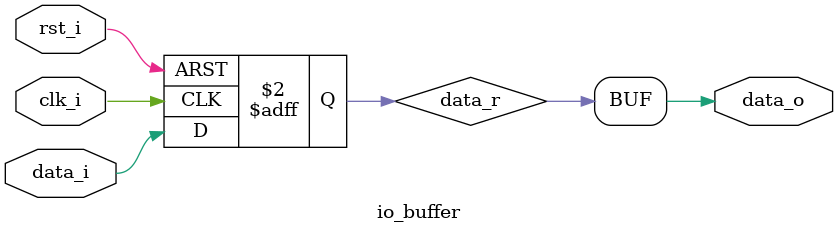
<source format=sv>
module io_buffer
	(input	logic	clk_i
	,input	logic	rst_i
	,input	logic	data_i
	,output	logic	data_o
	);
	
	logic data_r;
	assign data_o = data_r;
	
	always_ff @(posedge clk_i or posedge rst_i)	begin
		if (rst_i) begin
			data_r <= 1'b1;
		end else begin
			data_r <= data_i;
		end
	end
endmodule
</source>
